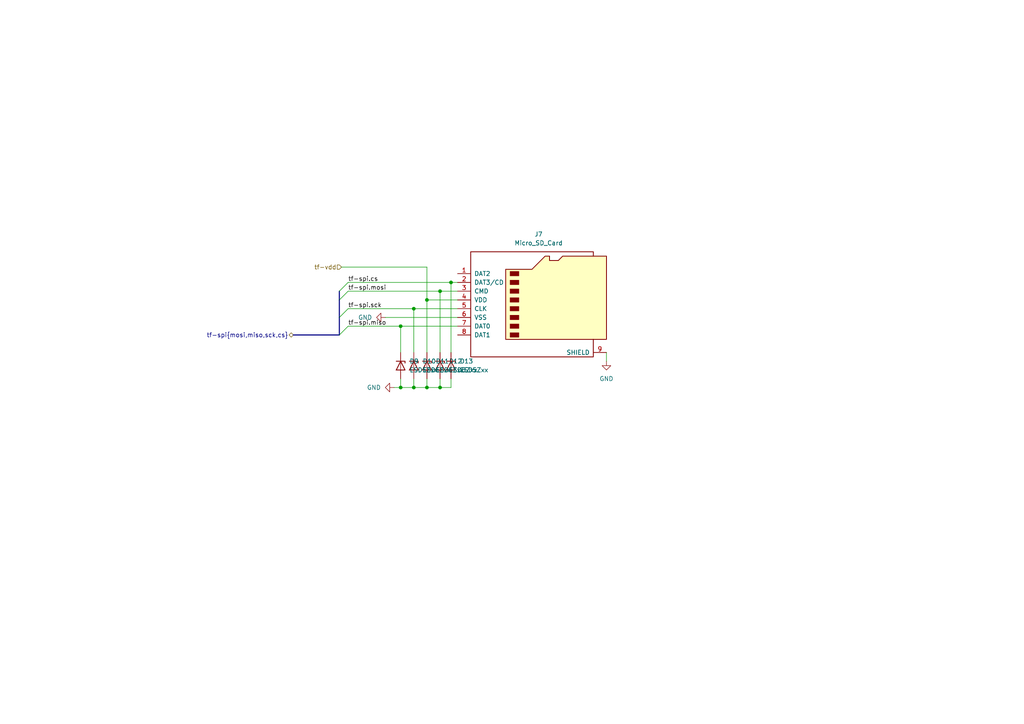
<source format=kicad_sch>
(kicad_sch (version 20230121) (generator eeschema)
  (paper "A4")
  (lib_symbols
    (symbol "Connector:Micro_SD_Card" (pin_names (offset 1.016))
      (property "Reference" "J" (at -16.51 15.24 0))
      (property "Value" "Micro_SD_Card" (at 16.51 15.24 0))
      (symbol "Micro_SD_Card_0_1"
        (rectangle (start -7.62 -9.525) (end -5.08 -10.795) (fill (type outline)))
        (rectangle (start -7.62 -6.985) (end -5.08 -8.255) (fill (type outline)))
        (rectangle (start -7.62 -4.445) (end -5.08 -5.715) (fill (type outline)))
        (rectangle (start -7.62 -1.905) (end -5.08 -3.175) (fill (type outline)))
        (rectangle (start -7.62 0.635) (end -5.08 -0.635) (fill (type outline)))
        (rectangle (start -7.62 3.175) (end -5.08 1.905) (fill (type outline)))
        (rectangle (start -7.62 5.715) (end -5.08 4.445) (fill (type outline)))
        (rectangle (start -7.62 8.255) (end -5.08 6.985) (fill (type outline)))
        (polyline (pts (xy 16.51 12.7) (xy 16.51 13.97) (xy -19.05 13.97) (xy -19.05 -16.51) (xy 16.51 -16.51) (xy 16.51 -11.43)) (stroke (width 0.254)))
        (polyline (pts (xy -8.89 -11.43) (xy -8.89 8.89) (xy -1.27 8.89) (xy 2.54 12.7) (xy 3.81 12.7) (xy 3.81 11.43) (xy 6.35 11.43) (xy 7.62 12.7) (xy 20.32 12.7) (xy 20.32 -11.43) (xy -8.89 -11.43)) (stroke (width 0.254)) (fill (type background)))
      )
      (symbol "Micro_SD_Card_1_1"
        (pin bidirectional line (at -22.86 7.62 0) (length 3.81) (name "DAT2") (number "1"))
        (pin bidirectional line (at -22.86 5.08 0) (length 3.81) (name "DAT3/CD") (number "2"))
        (pin input line (at -22.86 2.54 0) (length 3.81) (name "CMD") (number "3"))
        (pin power_in line (at -22.86 0 0) (length 3.81) (name "VDD") (number "4"))
        (pin input line (at -22.86 -2.54 0) (length 3.81) (name "CLK") (number "5"))
        (pin power_in line (at -22.86 -5.08 0) (length 3.81) (name "VSS") (number "6"))
        (pin bidirectional line (at -22.86 -7.62 0) (length 3.81) (name "DAT0") (number "7"))
        (pin bidirectional line (at -22.86 -10.16 0) (length 3.81) (name "DAT1") (number "8"))
        (pin passive line (at 20.32 -15.24 180) (length 3.81) (name "SHIELD") (number "9"))
      )
    )
    (symbol "Diode:ESD5Zxx" (pin_numbers hide) (pin_names hide)
      (property "Reference" "D" (at 0 2.54 0))
      (property "Value" "ESD5Zxx" (at 0 -2.54 0))
      (symbol "ESD5Zxx_0_1"
        (polyline (pts (xy 1.27 0) (xy -1.27 0)))
        (polyline (pts (xy -1.27 -1.27) (xy -1.27 1.27) (xy -0.762 1.27)) (stroke (width 0.254)))
        (polyline (pts (xy 1.27 -1.27) (xy 1.27 1.27) (xy -1.27 0) (xy 1.27 -1.27)) (stroke (width 0.254)))
      )
      (symbol "ESD5Zxx_1_1"
        (pin passive line (at -3.81 0 0) (length 2.54) (name "K") (number "1"))
        (pin passive line (at 3.81 0 180) (length 2.54) (name "A") (number "2"))
      )
    )
    (symbol "power:GND" (power) (pin_names (offset 0))
      (property "Value" "GND" (at 0 -3.81 0))
      (symbol "GND_0_1"
        (polyline (pts (xy 0 0) (xy 0 -1.27) (xy 1.27 -1.27) (xy 0 -2.54) (xy -1.27 -1.27) (xy 0 -1.27)))
      )
      (symbol "GND_1_1"
        (pin power_in line (at 0 0 270) (length 0) hide (name "GND") (number "1"))
      )
    )
  )
  (junction (at 123.825 86.995))
  (junction (at 130.81 81.915))
  (junction (at 127.635 84.455))
  (junction (at 116.205 112.395))
  (junction (at 127.635 112.395))
  (junction (at 116.205 94.615))
  (junction (at 123.825 112.395))
  (junction (at 120.015 112.395))
  (junction (at 120.015 89.535))
  (bus_entry (at 100.965 81.915) (size -2.54 2.54))
  (bus_entry (at 100.965 94.615) (size -2.54 2.54))
  (bus_entry (at 100.965 89.535) (size -2.54 2.54))
  (bus_entry (at 100.965 84.455) (size -2.54 2.54))
  (wire (pts (xy 123.825 109.855) (xy 123.825 112.395)))
  (wire (pts (xy 100.965 84.455) (xy 127.635 84.455)))
  (bus (pts (xy 98.425 92.075) (xy 98.425 97.155)))
  (wire (pts (xy 120.015 89.535) (xy 132.715 89.535)))
  (wire (pts (xy 120.015 102.235) (xy 120.015 89.535)))
  (wire (pts (xy 130.81 81.915) (xy 130.81 102.235)))
  (wire (pts (xy 123.825 77.47) (xy 123.825 86.995)))
  (wire (pts (xy 120.015 109.855) (xy 120.015 112.395)))
  (bus (pts (xy 98.425 84.455) (xy 98.425 86.995)))
  (wire (pts (xy 116.205 109.855) (xy 116.205 112.395)))
  (wire (pts (xy 116.205 94.615) (xy 132.715 94.615)))
  (wire (pts (xy 123.825 86.995) (xy 123.825 102.235)))
  (wire (pts (xy 127.635 109.855) (xy 127.635 112.395)))
  (wire (pts (xy 123.825 86.995) (xy 132.715 86.995)))
  (bus (pts (xy 98.425 86.995) (xy 98.425 92.075)))
  (wire (pts (xy 130.81 81.915) (xy 132.715 81.915)))
  (wire (pts (xy 111.76 92.075) (xy 132.715 92.075)))
  (wire (pts (xy 120.015 112.395) (xy 123.825 112.395)))
  (wire (pts (xy 130.81 112.395) (xy 130.81 109.855)))
  (wire (pts (xy 127.635 84.455) (xy 127.635 102.235)))
  (wire (pts (xy 127.635 112.395) (xy 130.81 112.395)))
  (wire (pts (xy 100.965 94.615) (xy 116.205 94.615)))
  (wire (pts (xy 100.965 89.535) (xy 120.015 89.535)))
  (wire (pts (xy 175.895 102.235) (xy 175.895 104.775)))
  (wire (pts (xy 127.635 84.455) (xy 132.715 84.455)))
  (bus (pts (xy 85.09 97.155) (xy 98.425 97.155)))
  (wire (pts (xy 123.825 112.395) (xy 127.635 112.395)))
  (wire (pts (xy 116.205 94.615) (xy 116.205 102.235)))
  (wire (pts (xy 99.06 77.47) (xy 123.825 77.47)))
  (wire (pts (xy 100.965 81.915) (xy 130.81 81.915)))
  (wire (pts (xy 114.3 112.395) (xy 116.205 112.395)))
  (wire (pts (xy 116.205 112.395) (xy 120.015 112.395)))
  (label "tf-spi.mosi" (at 100.965 84.455 0))
  (label "tf-spi.miso" (at 100.965 94.615 0))
  (label "tf-spi.cs" (at 100.965 81.915 0))
  (label "tf-spi.sck" (at 100.965 89.535 0))
  (hierarchical_label "tf-spi{mosi,miso,sck,cs}" (shape bidirectional) (at 85.09 97.155 180))
  (hierarchical_label "tf-vdd" (shape input) (at 99.06 77.47 180))
  (symbol (lib_id "power:GND") (at 175.895 104.775 0) (unit 1)
    (property "Reference" "#PWR054" (effects hide))
    (property "Value" "GND" (at 175.895 109.855 0))
    (instances (project "NetBot" (path "" (reference "#PWR054") (unit 1)) (path "" (reference "#PWR045") (unit 1))))
  )
  (symbol (lib_id "power:GND") (at 111.76 92.075 270) (unit 1)
    (property "Reference" "#PWR055" (effects hide))
    (property "Value" "GND" (at 107.95 92.075 90) (effects (justify right)))
    (instances (project "NetBot" (path "" (reference "#PWR055") (unit 1)) (path "" (reference "#PWR043") (unit 1))))
  )
  (symbol (lib_id "Connector:Micro_SD_Card") (at 155.575 86.995 0) (unit 1)
    (property "Reference" "J7" (at 156.21 67.945 0))
    (property "Value" "Micro_SD_Card" (at 156.21 70.485 0))
    (property "Footprint" "Fan-cardSocket:TFcard_socket-TF-01A" (effects hide))
    (property "Datasheet" "http://katalog.we-online.de/em/datasheet/693072010801.pdf" (effects hide))
    (instances (project "NetBot" (path "" (reference "J7") (unit 1)) (path "" (reference "J6") (unit 1))))
  )
  (symbol (lib_id "Diode:ESD5Zxx") (at 116.205 106.045 270) (unit 1)
    (property "Reference" "D9" (at 118.745 104.775 90) (effects (justify left)))
    (property "Value" "ESD5Zxx" (at 118.745 107.315 90) (effects (justify left)))
    (property "Footprint" "Diode_SMD:D_SOD-523" (effects hide))
    (property "Datasheet" "https://www.onsemi.com/pdf/datasheet/esd5z2.5t1-d.pdf" (effects hide))
    (instances (project "NetBot" (path "" (reference "D9") (unit 1)) (path "" (reference "D3") (unit 1))))
  )
  (symbol (lib_id "Diode:ESD5Zxx") (at 120.015 106.045 270) (unit 1)
    (property "Reference" "D10" (at 122.555 104.775 90) (effects (justify left)))
    (property "Value" "ESD5Zxx" (at 122.555 107.315 90) (effects (justify left)))
    (property "Footprint" "Diode_SMD:D_SOD-523" (effects hide))
    (property "Datasheet" "https://www.onsemi.com/pdf/datasheet/esd5z2.5t1-d.pdf" (effects hide))
    (instances (project "NetBot" (path "" (reference "D10") (unit 1)) (path "" (reference "D4") (unit 1))))
  )
  (symbol (lib_id "power:GND") (at 114.3 112.395 270) (unit 1)
    (property "Reference" "#PWR059" (effects hide))
    (property "Value" "GND" (at 110.49 112.395 90) (effects (justify right)))
    (instances (project "NetBot" (path "" (reference "#PWR059") (unit 1)) (path "" (reference "#PWR044") (unit 1))))
  )
  (symbol (lib_id "Diode:ESD5Zxx") (at 130.81 106.045 270) (unit 1)
    (property "Reference" "D13" (at 133.35 104.775 90) (effects (justify left)))
    (property "Value" "ESD5Zxx" (at 133.35 107.315 90) (effects (justify left)))
    (property "Footprint" "Diode_SMD:D_SOD-523" (effects hide))
    (property "Datasheet" "https://www.onsemi.com/pdf/datasheet/esd5z2.5t1-d.pdf" (effects hide))
    (instances (project "NetBot" (path "" (reference "D13") (unit 1)) (path "" (reference "D7") (unit 1))))
  )
  (symbol (lib_id "Diode:ESD5Zxx") (at 123.825 106.045 270) (unit 1)
    (property "Reference" "D11" (at 126.365 104.775 90) (effects (justify left)))
    (property "Value" "ESD5Zxx" (at 126.365 107.315 90) (effects (justify left)))
    (property "Footprint" "Diode_SMD:D_SOD-523" (effects hide))
    (property "Datasheet" "https://www.onsemi.com/pdf/datasheet/esd5z2.5t1-d.pdf" (effects hide))
    (instances (project "NetBot" (path "" (reference "D11") (unit 1)) (path "" (reference "D5") (unit 1))))
  )
  (symbol (lib_id "Diode:ESD5Zxx") (at 127.635 106.045 270) (unit 1)
    (property "Reference" "D12" (at 130.175 104.775 90) (effects (justify left)))
    (property "Value" "ESD5Zxx" (at 130.175 107.315 90) (effects (justify left)))
    (property "Footprint" "Diode_SMD:D_SOD-523" (effects hide))
    (property "Datasheet" "https://www.onsemi.com/pdf/datasheet/esd5z2.5t1-d.pdf" (effects hide))
    (instances (project "NetBot" (path "" (reference "D12") (unit 1)) (path "" (reference "D6") (unit 1))))
  )
)
</source>
